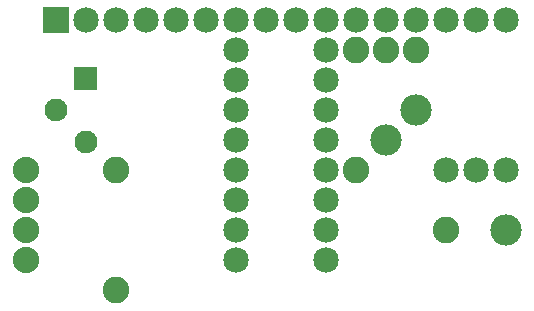
<source format=gbs>
G04 MADE WITH FRITZING*
G04 WWW.FRITZING.ORG*
G04 DOUBLE SIDED*
G04 HOLES PLATED*
G04 CONTOUR ON CENTER OF CONTOUR VECTOR*
%ASAXBY*%
%FSLAX23Y23*%
%MOIN*%
%OFA0B0*%
%SFA1.0B1.0*%
%ADD10C,0.088740*%
%ADD11C,0.104488*%
%ADD12C,0.085000*%
%ADD13C,0.076000*%
%ADD14C,0.088000*%
%ADD15R,0.085000X0.085000*%
%ADD16C,0.030000*%
%ADD17R,0.001000X0.001000*%
%LNMASK0*%
G90*
G70*
G54D10*
X1580Y395D03*
X1280Y595D03*
X1280Y995D03*
X1380Y995D03*
G54D11*
X1380Y695D03*
X1480Y795D03*
G54D10*
X1480Y995D03*
X480Y195D03*
X480Y595D03*
G54D11*
X1780Y395D03*
G54D12*
X1180Y295D03*
X880Y295D03*
X1180Y395D03*
X880Y395D03*
X1180Y495D03*
X880Y495D03*
X1180Y595D03*
X880Y595D03*
X1180Y695D03*
X880Y695D03*
X1180Y795D03*
X880Y795D03*
X1180Y895D03*
X880Y895D03*
X1180Y995D03*
X880Y995D03*
X1780Y595D03*
X1680Y595D03*
X1580Y595D03*
G54D13*
X380Y901D03*
X280Y795D03*
X380Y689D03*
X380Y901D03*
X280Y795D03*
X380Y689D03*
G54D12*
X280Y1095D03*
X380Y1095D03*
X480Y1095D03*
X580Y1095D03*
X680Y1095D03*
X780Y1095D03*
X880Y1095D03*
X980Y1095D03*
X1080Y1095D03*
X1180Y1095D03*
X1280Y1095D03*
X1380Y1095D03*
X1480Y1095D03*
X1580Y1095D03*
X1680Y1095D03*
X1780Y1095D03*
G54D14*
X180Y595D03*
X180Y495D03*
X180Y295D03*
X180Y395D03*
G54D15*
X279Y1096D03*
G54D16*
G36*
X1152Y268D02*
X1152Y323D01*
X1207Y323D01*
X1207Y268D01*
X1152Y268D01*
G37*
D02*
G54D17*
X342Y939D02*
X417Y939D01*
X342Y938D02*
X417Y938D01*
X342Y937D02*
X417Y937D01*
X342Y936D02*
X417Y936D01*
X342Y935D02*
X417Y935D01*
X342Y934D02*
X417Y934D01*
X342Y933D02*
X417Y933D01*
X342Y932D02*
X417Y932D01*
X342Y931D02*
X417Y931D01*
X342Y930D02*
X417Y930D01*
X342Y929D02*
X417Y929D01*
X342Y928D02*
X417Y928D01*
X342Y927D02*
X417Y927D01*
X342Y926D02*
X417Y926D01*
X342Y925D02*
X417Y925D01*
X342Y924D02*
X417Y924D01*
X342Y923D02*
X417Y923D01*
X342Y922D02*
X417Y922D01*
X342Y921D02*
X417Y921D01*
X342Y920D02*
X417Y920D01*
X342Y919D02*
X417Y919D01*
X342Y918D02*
X417Y918D01*
X342Y917D02*
X417Y917D01*
X342Y916D02*
X417Y916D01*
X342Y915D02*
X417Y915D01*
X342Y914D02*
X417Y914D01*
X342Y913D02*
X417Y913D01*
X342Y912D02*
X417Y912D01*
X342Y911D02*
X417Y911D01*
X342Y910D02*
X375Y910D01*
X384Y910D02*
X417Y910D01*
X342Y909D02*
X373Y909D01*
X385Y909D02*
X417Y909D01*
X342Y908D02*
X372Y908D01*
X387Y908D02*
X417Y908D01*
X342Y907D02*
X371Y907D01*
X387Y907D02*
X417Y907D01*
X342Y906D02*
X371Y906D01*
X388Y906D02*
X417Y906D01*
X342Y905D02*
X370Y905D01*
X389Y905D02*
X417Y905D01*
X342Y904D02*
X370Y904D01*
X389Y904D02*
X417Y904D01*
X342Y903D02*
X369Y903D01*
X389Y903D02*
X417Y903D01*
X342Y902D02*
X369Y902D01*
X389Y902D02*
X417Y902D01*
X342Y901D02*
X369Y901D01*
X389Y901D02*
X417Y901D01*
X342Y900D02*
X369Y900D01*
X389Y900D02*
X417Y900D01*
X342Y899D02*
X370Y899D01*
X389Y899D02*
X417Y899D01*
X342Y898D02*
X370Y898D01*
X389Y898D02*
X417Y898D01*
X342Y897D02*
X370Y897D01*
X388Y897D02*
X417Y897D01*
X342Y896D02*
X371Y896D01*
X388Y896D02*
X417Y896D01*
X342Y895D02*
X372Y895D01*
X387Y895D02*
X417Y895D01*
X342Y894D02*
X373Y894D01*
X386Y894D02*
X417Y894D01*
X342Y893D02*
X374Y893D01*
X384Y893D02*
X417Y893D01*
X342Y892D02*
X377Y892D01*
X382Y892D02*
X417Y892D01*
X342Y891D02*
X417Y891D01*
X342Y890D02*
X417Y890D01*
X342Y889D02*
X417Y889D01*
X342Y888D02*
X417Y888D01*
X342Y887D02*
X417Y887D01*
X342Y886D02*
X417Y886D01*
X342Y885D02*
X417Y885D01*
X342Y884D02*
X417Y884D01*
X342Y883D02*
X417Y883D01*
X342Y882D02*
X417Y882D01*
X342Y881D02*
X417Y881D01*
X342Y880D02*
X417Y880D01*
X342Y879D02*
X417Y879D01*
X342Y878D02*
X417Y878D01*
X342Y877D02*
X417Y877D01*
X342Y876D02*
X417Y876D01*
X342Y875D02*
X417Y875D01*
X342Y874D02*
X417Y874D01*
X342Y873D02*
X417Y873D01*
X342Y872D02*
X417Y872D01*
X342Y871D02*
X417Y871D01*
X342Y870D02*
X417Y870D01*
X342Y869D02*
X417Y869D01*
X342Y868D02*
X417Y868D01*
X342Y867D02*
X417Y867D01*
X342Y866D02*
X417Y866D01*
X342Y865D02*
X417Y865D01*
X342Y864D02*
X417Y864D01*
D02*
G04 End of Mask0*
M02*
</source>
